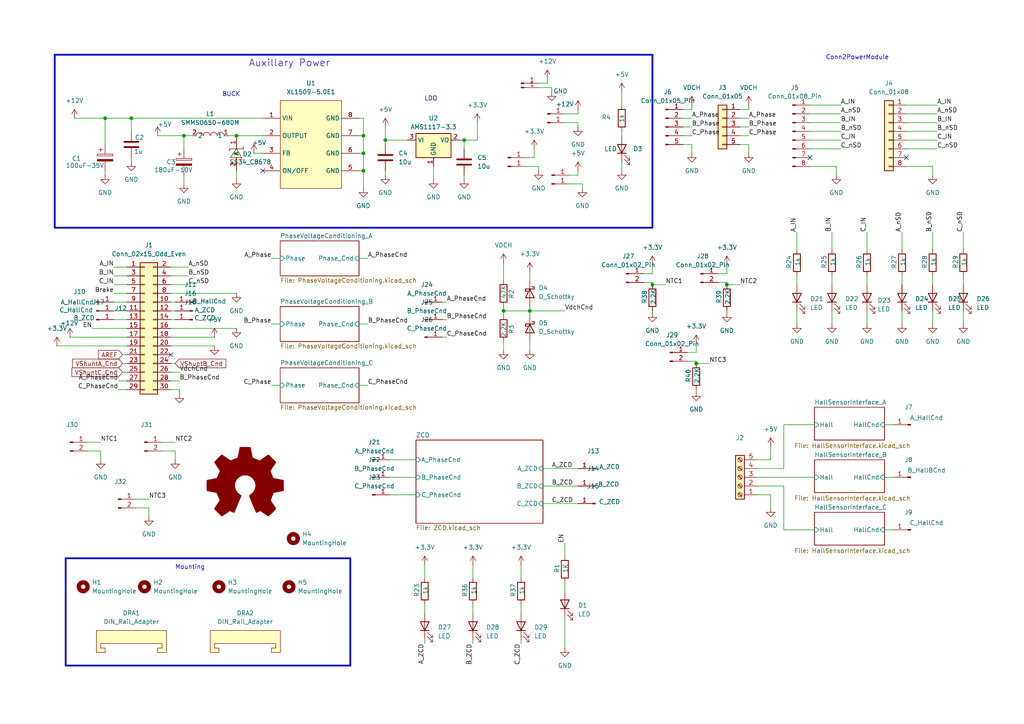
<source format=kicad_sch>
(kicad_sch (version 20250114) (generator "eeschema") (generator_version "9.0")
  (paper "A4")
  (rectangle (start 15.875 15.875) (end 189.23 66.04) (stroke (width 0.508)))
  (rectangle (start 19.05 161.925) (end 101.6 193.0399) (stroke (width 0.508)))
  (text "Conn2PowerModule\n\n" (at 248.666 17.78 0) (effects (font (size 1.27 1.27))))
  (text "Mounting\n" (at 55.118 164.592 0) (effects (font (size 1.27 1.27))))
  (text "BUCK\n" (at 67.056 27.432 0) (effects (font (size 1.27 1.27))))
  (text "LDO" (at 124.968 28.702 0) (effects (font (size 1.27 1.27))))
  (text "Auxillary Power\n" (at 83.947 18.415 0) (effects (font (size 2.032 2.032))))
  (junction (at 153.67 90.17))
  (junction (at 210.82 82.55))
  (junction (at 53.34 39.37))
  (junction (at 30.48 34.29))
  (junction (at 68.58 39.37))
  (junction (at 105.41 39.37))
  (junction (at 111.76 40.64))
  (junction (at 38.1 34.29))
  (junction (at 105.41 49.53))
  (junction (at 146.05 90.17))
  (junction (at 134.62 40.64))
  (junction (at 105.41 44.45))
  (junction (at 201.93 105.41))
  (junction (at 189.23 82.55))
  (no_connect (at 234.95 45.72))
  (no_connect (at 76.2 49.53))
  (no_connect (at 262.89 45.72))
  (no_connect (at 49.53 102.87))
  (wire (pts (xy 210.82 79.375) (xy 208.28 79.375)))
  (wire (pts (xy 227.33 140.97) (xy 227.33 153.67)))
  (wire (pts (xy 241.3 67.31) (xy 241.3 72.39)))
  (wire (pts (xy 201.93 102.235) (xy 199.39 102.235)))
  (wire (pts (xy 125.73 48.26) (xy 125.73 52.07)))
  (wire (pts (xy 168.91 54.61) (xy 168.91 53.34)))
  (wire (pts (xy 262.89 43.18) (xy 271.78 43.18)))
  (wire (pts (xy 223.52 129.54) (xy 223.52 133.35)))
  (wire (pts (xy 105.41 34.29) (xy 104.14 34.29)))
  (wire (pts (xy 30.48 49.53) (xy 30.48 50.8)))
  (wire (pts (xy 227.33 153.67) (xy 236.22 153.67)))
  (wire (pts (xy 134.62 40.64) (xy 138.43 40.64)))
  (wire (pts (xy 49.53 110.49) (xy 52.07 110.49)))
  (wire (pts (xy 201.93 105.41) (xy 205.74 105.41)))
  (wire (pts (xy 217.17 30.48) (xy 217.17 31.75)))
  (wire (pts (xy 128.27 92.71) (xy 129.54 92.71)))
  (wire (pts (xy 200.66 30.48) (xy 200.66 31.75)))
  (wire (pts (xy 29.21 130.81) (xy 29.21 133.35)))
  (wire (pts (xy 16.51 100.33) (xy 36.83 100.33)))
  (wire (pts (xy 217.17 31.75) (xy 214.63 31.75)))
  (wire (pts (xy 134.62 40.64) (xy 133.35 40.64)))
  (wire (pts (xy 198.12 34.29) (xy 200.66 34.29)))
  (wire (pts (xy 39.37 144.78) (xy 43.18 144.78)))
  (wire (pts (xy 104.14 111.76) (xy 106.68 111.76)))
  (wire (pts (xy 219.71 140.97) (xy 227.33 140.97)))
  (wire (pts (xy 210.82 82.55) (xy 210.82 81.915)))
  (wire (pts (xy 189.23 90.805) (xy 189.23 90.17)))
  (wire (pts (xy 201.93 104.775) (xy 199.39 104.775)))
  (wire (pts (xy 223.52 143.51) (xy 223.52 147.32)))
  (wire (pts (xy 217.17 36.83) (xy 214.63 36.83)))
  (wire (pts (xy 219.71 135.89) (xy 227.33 135.89)))
  (wire (pts (xy 163.83 168.91) (xy 163.83 171.45)))
  (wire (pts (xy 153.67 101.6) (xy 153.67 99.06)))
  (wire (pts (xy 158.75 24.13) (xy 156.21 24.13)))
  (wire (pts (xy 223.52 133.35) (xy 219.71 133.35)))
  (wire (pts (xy 156.21 49.53) (xy 156.21 48.26)))
  (wire (pts (xy 49.53 80.01) (xy 54.61 80.01)))
  (wire (pts (xy 219.71 143.51) (xy 223.52 143.51)))
  (wire (pts (xy 217.17 41.91) (xy 214.63 41.91)))
  (wire (pts (xy 201.93 113.665) (xy 201.93 113.03)))
  (wire (pts (xy 153.67 88.9) (xy 153.67 90.17)))
  (wire (pts (xy 219.71 138.43) (xy 236.22 138.43)))
  (wire (pts (xy 167.64 49.53) (xy 167.64 50.8)))
  (wire (pts (xy 137.16 185.42) (xy 137.16 186.69)))
  (wire (pts (xy 33.02 85.09) (xy 36.83 85.09)))
  (wire (pts (xy 78.74 74.93) (xy 81.28 74.93)))
  (wire (pts (xy 104.14 93.98) (xy 106.68 93.98)))
  (wire (pts (xy 157.48 135.89) (xy 167.64 135.89)))
  (wire (pts (xy 153.67 90.17) (xy 153.67 91.44)))
  (wire (pts (xy 35.56 102.87) (xy 36.83 102.87)))
  (wire (pts (xy 146.05 90.17) (xy 153.67 90.17)))
  (wire (pts (xy 105.41 54.61) (xy 105.41 49.53)))
  (wire (pts (xy 78.74 111.76) (xy 81.28 111.76)))
  (wire (pts (xy 113.03 133.35) (xy 120.65 133.35)))
  (wire (pts (xy 26.67 95.25) (xy 36.83 95.25)))
  (wire (pts (xy 163.83 33.02) (xy 167.64 33.02)))
  (wire (pts (xy 270.51 67.31) (xy 270.51 72.39)))
  (wire (pts (xy 234.95 30.48) (xy 243.84 30.48)))
  (wire (pts (xy 50.8 105.41) (xy 49.53 105.41)))
  (wire (pts (xy 262.89 30.48) (xy 271.78 30.48)))
  (wire (pts (xy 200.66 44.45) (xy 200.66 41.91)))
  (wire (pts (xy 261.62 90.17) (xy 261.62 93.98)))
  (wire (pts (xy 105.41 39.37) (xy 105.41 34.29)))
  (wire (pts (xy 111.76 40.64) (xy 111.76 41.91)))
  (wire (pts (xy 214.63 39.37) (xy 217.17 39.37)))
  (wire (pts (xy 156.21 48.26) (xy 152.4 48.26)))
  (wire (pts (xy 53.34 39.37) (xy 53.34 43.18)))
  (wire (pts (xy 234.95 48.26) (xy 242.57 48.26)))
  (wire (pts (xy 30.48 34.29) (xy 30.48 41.91)))
  (wire (pts (xy 35.56 105.41) (xy 36.83 105.41)))
  (wire (pts (xy 167.64 36.83) (xy 167.64 35.56)))
  (wire (pts (xy 251.46 67.31) (xy 251.46 72.39)))
  (wire (pts (xy 231.14 67.31) (xy 231.14 72.39)))
  (wire (pts (xy 53.34 39.37) (xy 55.88 39.37)))
  (wire (pts (xy 262.89 33.02) (xy 271.78 33.02)))
  (wire (pts (xy 153.67 90.17) (xy 163.83 90.17)))
  (wire (pts (xy 167.64 50.8) (xy 165.1 50.8)))
  (wire (pts (xy 25.4 130.81) (xy 29.21 130.81)))
  (wire (pts (xy 33.02 90.17) (xy 36.83 90.17)))
  (wire (pts (xy 241.3 90.17) (xy 241.3 93.98)))
  (wire (pts (xy 210.82 81.915) (xy 208.28 81.915)))
  (wire (pts (xy 128.27 87.63) (xy 129.54 87.63)))
  (wire (pts (xy 39.37 147.32) (xy 43.18 147.32)))
  (wire (pts (xy 49.53 90.17) (xy 50.8 90.17)))
  (wire (pts (xy 134.62 50.8) (xy 134.62 52.07)))
  (wire (pts (xy 261.62 80.01) (xy 261.62 82.55)))
  (wire (pts (xy 231.14 80.01) (xy 231.14 82.55)))
  (wire (pts (xy 33.02 92.71) (xy 36.83 92.71)))
  (wire (pts (xy 262.89 48.26) (xy 270.51 48.26)))
  (wire (pts (xy 146.05 90.17) (xy 146.05 91.44)))
  (wire (pts (xy 201.93 105.41) (xy 201.93 104.775)))
  (wire (pts (xy 33.02 82.55) (xy 36.83 82.55)))
  (wire (pts (xy 43.18 147.32) (xy 43.18 149.86)))
  (wire (pts (xy 256.54 123.19) (xy 259.08 123.19)))
  (wire (pts (xy 270.51 80.01) (xy 270.51 82.55)))
  (wire (pts (xy 180.34 26.67) (xy 180.34 30.48)))
  (wire (pts (xy 52.07 113.03) (xy 49.53 113.03)))
  (wire (pts (xy 153.67 78.74) (xy 153.67 81.28)))
  (wire (pts (xy 53.34 50.8) (xy 53.34 53.34)))
  (wire (pts (xy 154.94 43.18) (xy 154.94 45.72)))
  (wire (pts (xy 151.13 175.26) (xy 151.13 177.8)))
  (wire (pts (xy 227.33 135.89) (xy 227.33 123.19)))
  (wire (pts (xy 104.14 39.37) (xy 105.41 39.37)))
  (wire (pts (xy 163.83 179.07) (xy 163.83 187.96)))
  (wire (pts (xy 200.66 41.91) (xy 198.12 41.91)))
  (wire (pts (xy 33.02 80.01) (xy 36.83 80.01)))
  (wire (pts (xy 25.4 128.27) (xy 29.21 128.27)))
  (wire (pts (xy 151.13 163.83) (xy 151.13 167.64)))
  (wire (pts (xy 46.99 130.81) (xy 50.8 130.81)))
  (wire (pts (xy 34.29 113.03) (xy 36.83 113.03)))
  (wire (pts (xy 20.32 97.79) (xy 36.83 97.79)))
  (wire (pts (xy 262.89 38.1) (xy 271.78 38.1)))
  (wire (pts (xy 38.1 34.29) (xy 76.2 34.29)))
  (wire (pts (xy 49.53 95.25) (xy 68.58 95.25)))
  (wire (pts (xy 167.64 31.75) (xy 167.64 33.02)))
  (wire (pts (xy 134.62 43.18) (xy 134.62 40.64)))
  (wire (pts (xy 279.4 90.17) (xy 279.4 93.98)))
  (wire (pts (xy 128.27 97.79) (xy 129.54 97.79)))
  (wire (pts (xy 234.95 43.18) (xy 243.84 43.18)))
  (wire (pts (xy 111.76 49.53) (xy 111.76 50.8)))
  (wire (pts (xy 210.82 90.805) (xy 210.82 90.17)))
  (wire (pts (xy 49.53 77.47) (xy 54.61 77.47)))
  (wire (pts (xy 111.76 36.83) (xy 111.76 40.64)))
  (wire (pts (xy 189.23 82.55) (xy 189.23 81.915)))
  (wire (pts (xy 35.56 107.95) (xy 36.83 107.95)))
  (wire (pts (xy 168.91 53.34) (xy 165.1 53.34)))
  (wire (pts (xy 151.13 185.42) (xy 151.13 186.69)))
  (wire (pts (xy 45.72 39.37) (xy 53.34 39.37)))
  (wire (pts (xy 256.54 138.43) (xy 259.08 138.43)))
  (wire (pts (xy 146.05 99.06) (xy 146.05 101.6)))
  (wire (pts (xy 123.19 185.42) (xy 123.19 186.69)))
  (wire (pts (xy 49.53 97.79) (xy 62.23 97.79)))
  (wire (pts (xy 146.05 76.2) (xy 146.05 81.28)))
  (wire (pts (xy 123.19 175.26) (xy 123.19 177.8)))
  (wire (pts (xy 200.66 31.75) (xy 198.12 31.75)))
  (wire (pts (xy 234.95 38.1) (xy 243.84 38.1)))
  (wire (pts (xy 105.41 49.53) (xy 105.41 44.45)))
  (wire (pts (xy 180.34 38.1) (xy 180.34 39.37)))
  (wire (pts (xy 241.3 80.01) (xy 241.3 82.55)))
  (wire (pts (xy 214.63 82.55) (xy 210.82 82.55)))
  (wire (pts (xy 234.95 33.02) (xy 243.84 33.02)))
  (wire (pts (xy 262.89 35.56) (xy 271.78 35.56)))
  (wire (pts (xy 227.33 123.19) (xy 236.22 123.19)))
  (wire (pts (xy 234.95 40.64) (xy 243.84 40.64)))
  (wire (pts (xy 217.17 44.45) (xy 217.17 41.91)))
  (wire (pts (xy 38.1 45.72) (xy 38.1 46.99)))
  (wire (pts (xy 251.46 90.17) (xy 251.46 93.98)))
  (wire (pts (xy 78.74 93.98) (xy 81.28 93.98)))
  (wire (pts (xy 137.16 163.83) (xy 137.16 167.64)))
  (wire (pts (xy 180.34 46.99) (xy 180.34 49.53)))
  (wire (pts (xy 160.02 25.4) (xy 156.21 25.4)))
  (wire (pts (xy 201.93 99.695) (xy 201.93 102.235)))
  (wire (pts (xy 113.03 138.43) (xy 120.65 138.43)))
  (wire (pts (xy 49.53 85.09) (xy 68.58 85.09)))
  (wire (pts (xy 198.12 39.37) (xy 200.66 39.37)))
  (wire (pts (xy 256.54 153.67) (xy 259.08 153.67)))
  (wire (pts (xy 52.07 114.3) (xy 52.07 113.03)))
  (wire (pts (xy 214.63 34.29) (xy 217.17 34.29)))
  (wire (pts (xy 33.02 77.47) (xy 36.83 77.47)))
  (wire (pts (xy 49.53 107.95) (xy 52.07 107.95)))
  (wire (pts (xy 261.62 67.31) (xy 261.62 72.39)))
  (wire (pts (xy 189.23 76.835) (xy 189.23 79.375)))
  (wire (pts (xy 137.16 175.26) (xy 137.16 177.8)))
  (wire (pts (xy 123.19 163.83) (xy 123.19 167.64)))
  (wire (pts (xy 104.14 74.93) (xy 106.68 74.93)))
  (wire (pts (xy 34.29 110.49) (xy 36.83 110.49)))
  (wire (pts (xy 111.76 40.64) (xy 118.11 40.64)))
  (wire (pts (xy 33.02 87.63) (xy 36.83 87.63)))
  (wire (pts (xy 50.8 130.81) (xy 50.8 133.35)))
  (wire (pts (xy 158.75 22.86) (xy 158.75 24.13)))
  (wire (pts (xy 242.57 50.8) (xy 242.57 48.26)))
  (wire (pts (xy 163.83 157.48) (xy 163.83 161.29)))
  (wire (pts (xy 49.53 100.33) (xy 62.23 100.33)))
  (wire (pts (xy 105.41 44.45) (xy 105.41 39.37)))
  (wire (pts (xy 30.48 34.29) (xy 38.1 34.29)))
  (wire (pts (xy 167.64 35.56) (xy 163.83 35.56)))
  (wire (pts (xy 104.14 44.45) (xy 105.41 44.45)))
  (wire (pts (xy 157.48 146.05) (xy 167.64 146.05)))
  (wire (pts (xy 146.05 88.9) (xy 146.05 90.17)))
  (wire (pts (xy 157.48 140.97) (xy 167.64 140.97)))
  (wire (pts (xy 234.95 35.56) (xy 243.84 35.56)))
  (wire (pts (xy 154.94 45.72) (xy 152.4 45.72)))
  (wire (pts (xy 113.03 143.51) (xy 120.65 143.51)))
  (wire (pts (xy 279.4 80.01) (xy 279.4 82.55)))
  (wire (pts (xy 189.23 79.375) (xy 186.69 79.375)))
  (wire (pts (xy 104.14 49.53) (xy 105.41 49.53)))
  (wire (pts (xy 38.1 34.29) (xy 38.1 38.1)))
  (wire (pts (xy 160.02 26.67) (xy 160.02 25.4)))
  (wire (pts (xy 46.99 128.27) (xy 50.8 128.27)))
  (wire (pts (xy 49.53 82.55) (xy 54.61 82.55)))
  (wire (pts (xy 270.51 90.17) (xy 270.51 93.98)))
  (wire (pts (xy 21.59 34.29) (xy 30.48 34.29)))
  (wire (pts (xy 189.23 81.915) (xy 186.69 81.915)))
  (wire (pts (xy 200.66 36.83) (xy 198.12 36.83)))
  (wire (pts (xy 262.89 40.64) (xy 271.78 40.64)))
  (wire (pts (xy 138.43 35.56) (xy 138.43 40.64)))
  (wire (pts (xy 73.66 44.45) (xy 76.2 44.45)))
  (wire (pts (xy 251.46 80.01) (xy 251.46 82.55)))
  (wire (pts (xy 231.14 90.17) (xy 231.14 93.98)))
  (wire (pts (xy 66.04 39.37) (xy 68.58 39.37)))
  (wire (pts (xy 49.53 92.71) (xy 50.8 92.71)))
  (wire (pts (xy 49.53 87.63) (xy 50.8 87.63)))
  (wire (pts (xy 189.23 82.55) (xy 193.04 82.55)))
  (wire (pts (xy 68.58 49.53) (xy 68.58 52.07)))
  (wire (pts (xy 279.4 67.31) (xy 279.4 72.39)))
  (wire (pts (xy 68.58 39.37) (xy 76.2 39.37)))
  (wire (pts (xy 210.82 76.835) (xy 210.82 79.375)))
  (wire (pts (xy 270.51 50.8) (xy 270.51 48.26)))
  (label "B_Phase" (at 200.66 36.83 0))
  (label "VdchCnd" (at 52.07 107.95 0))
  (label "C_ZCD" (at 160.02 146.05 0))
  (label "A_ZCD" (at 123.19 186.69 270))
  (label "A_Phase" (at 200.66 34.29 0))
  (label "VdchCnd" (at 163.83 90.17 0))
  (label "B_PhaseCnd" (at 129.54 92.71 0))
  (label "C_IN" (at 243.84 40.64 0))
  (label "B_IN" (at 243.84 35.56 0))
  (label "B_PhaseCnd" (at 52.07 110.49 0))
  (label "A_ZCD" (at 160.02 135.89 0))
  (label "C_Phase" (at 78.74 111.76 180))
  (label "C_IN" (at 33.02 82.55 180))
  (label "NTC3" (at 205.74 105.41 0))
  (label "A_PhaseCnd" (at 106.68 74.93 0))
  (label "A_Phase" (at 217.17 34.29 0))
  (label "A_nSD" (at 243.84 33.02 0))
  (label "C_IN" (at 251.46 67.31 90))
  (label "A_nSD" (at 271.78 33.02 0))
  (label "B_ZCD" (at 137.16 186.69 270))
  (label "C_nSD" (at 54.61 82.55 0))
  (label "B_ZCD" (at 160.02 140.97 0))
  (label "A_IN" (at 243.84 30.48 0))
  (label "A_nSD" (at 54.61 77.47 0))
  (label "A_PhaseCnd" (at 34.29 110.49 180))
  (label "B_PhaseCnd" (at 106.68 93.98 0))
  (label "C_PhaseCnd" (at 34.29 113.03 180))
  (label "NTC2" (at 214.63 82.55 0))
  (label "Brake" (at 33.02 85.09 180))
  (label "A_IN" (at 33.02 77.47 180))
  (label "C_PhaseCnd" (at 106.68 111.76 0))
  (label "NTC3" (at 43.18 144.78 0))
  (label "NTC1" (at 29.21 128.27 0))
  (label "B_Phase" (at 217.17 36.83 0))
  (label "C_Phase" (at 200.66 39.37 0))
  (label "B_Phase" (at 78.74 93.98 180))
  (label "C_PhaseCnd" (at 129.54 97.79 0))
  (label "B_nSD" (at 271.78 38.1 0))
  (label "B_nSD" (at 270.51 67.31 90))
  (label "EN" (at 163.83 157.48 90))
  (label "NTC2" (at 50.8 128.27 0))
  (label "C_nSD" (at 279.4 67.31 90))
  (label "A_PhaseCnd" (at 129.54 87.63 0))
  (label "B_IN" (at 33.02 80.01 180))
  (label "B_IN" (at 271.78 35.56 0))
  (label "B_nSD" (at 243.84 38.1 0))
  (label "NTC1" (at 193.04 82.55 0))
  (label "A_IN" (at 271.78 30.48 0))
  (label "C_Phase" (at 217.17 39.37 0))
  (label "C_nSD" (at 243.84 43.18 0))
  (label "A_IN" (at 231.14 67.31 90))
  (label "C_IN" (at 271.78 40.64 0))
  (label "C_nSD" (at 271.78 43.18 0))
  (label "B_nSD" (at 54.61 80.01 0))
  (label "B_IN" (at 241.3 67.31 90))
  (label "A_Phase" (at 78.74 74.93 180))
  (label "A_nSD" (at 261.62 67.31 90))
  (label "EN" (at 26.67 95.25 180))
  (label "C_ZCD" (at 151.13 186.69 270))
  (global_label "VShuntA_Cnd" (shape input) (at 35.56 105.41 180) (property "Intersheetrefs" "${INTERSHEET_REFS}" (effects (hide yes))))
  (global_label "VShuntC_Cnd" (shape input) (at 35.56 107.95 180) (property "Intersheetrefs" "${INTERSHEET_REFS}" (effects (hide yes))))
  (global_label "VShuntB_Cnd" (shape input) (at 50.8 105.41 0) (property "Intersheetrefs" "${INTERSHEET_REFS}" (effects (hide yes))))
  (global_label "AREF" (shape input) (at 35.56 102.87 180) (property "Intersheetrefs" "${INTERSHEET_REFS}" (effects (hide yes))))
  (symbol (lib_id "Graphic:Logo_Open_Hardware_Large") (at 71.12 140.97 0) (unit 1) (exclude_from_sim yes) (in_bom no) (on_board no)
    (property "Reference" "#SYM1" (effects (hide yes)))
    (property "Value" "Logo_Open_Hardware_Large" (effects (hide yes)))
    (property "Description" "Open Hardware logo, large" (effects (hide yes)))
  )
  (symbol (lib_id "Connector:Conn_01x01_Pin") (at 123.19 92.71 0) (unit 1)
    (property "Reference" "J25" (at 123.825 87.63 0))
    (property "Value" "B_PhaseCnd" (at 123.825 90.17 0))
    (property "Footprint" "LibMain:WirePad_2.5x5" (effects (hide yes)))
    (property "Description" "Generic connector, single row, 01x01, script generated" (effects (hide yes)))
  )
  (symbol (lib_id "Device:R") (at 210.82 86.36 180) (unit 1)
    (property "Reference" "R39" (at 208.534 86.106 90))
    (property "Value" "2.2K" (at 211.074 86.106 90))
    (property "Footprint" "Resistor_SMD:R_1206_3216Metric" (effects (hide yes)))
    (property "Description" "Resistor" (effects (hide yes)))
    (property "LCSC Part" "C113307" (effects (hide yes)))
  )
  (symbol (lib_id "power:+5V") (at 45.72 39.37 0) (unit 1)
    (property "Reference" "#PWR07" (effects (hide yes)))
    (property "Value" "+5V" (at 47.752 36.068 0))
    (property "Description" "Power symbol creates a global label with name \"+5V\"" (effects (hide yes)))
  )
  (symbol (lib_id "Connector:Conn_01x02_Pin") (at 20.32 128.27 0) (unit 1)
    (property "Reference" "J30" (at 20.955 123.19 0))
    (property "Value" "Conn_01x02_Pin" (effects (hide yes)))
    (property "Footprint" "Connector_PinHeader_2.54mm:PinHeader_1x02_P2.54mm_Vertical" (effects (hide yes)))
    (property "Description" "Generic connector, single row, 01x02, script generated" (effects (hide yes)))
  )
  (symbol (lib_id "power:+5V") (at 62.23 97.79 0) (unit 1)
    (property "Reference" "#PWR010" (effects (hide yes)))
    (property "Value" "+5V" (at 62.23 92.71 0))
    (property "Description" "Power symbol creates a global label with name \"+5V\"" (effects (hide yes)))
  )
  (symbol (lib_id "Mechanical:DIN_Rail_Adapter") (at 38.1 185.42 0) (unit 1) (exclude_from_sim yes)
    (property "Reference" "DRA1" (at 38.1 177.8 0))
    (property "Value" "DIN_Rail_Adapter" (at 38.1 180.34 0))
    (property "Footprint" "LibMain:DinRailPCBClip_P15" (effects (hide yes)))
    (property "Description" "DIN Rail adapter universal, mounting holes without connection" (effects (hide yes)))
  )
  (symbol (lib_id "Connector_Generic:Conn_02x15_Odd_Even") (at 41.91 95.25 0) (unit 1)
    (property "Reference" "J1" (at 43.18 71.12 0))
    (property "Value" "Conn_02x15_Odd_Even" (at 43.18 73.66 0))
    (property "Footprint" "Connector_IDC:IDC-Header_2x15_P2.54mm_Vertical" (effects (hide yes)))
    (property "Description" "Generic connector, double row, 02x15, odd/even pin numbering scheme (row 1 odd numbers, row 2 even numbers), script generated (kicad-library-utils/schlib/autogen/connector/)" (effects (hide yes)))
  )
  (symbol (lib_id "power:+3.3V") (at 210.82 76.835 0) (unit 1)
    (property "Reference" "#PWR086" (effects (hide yes)))
    (property "Value" "+3.3V" (at 210.82 71.755 0))
    (property "Description" "Power symbol creates a global label with name \"+3.3V\"" (effects (hide yes)))
  )
  (symbol (lib_id "Connector:Conn_01x01_Pin") (at 151.13 25.4 0) (unit 1)
    (property "Reference" "J20" (effects (hide yes)))
    (property "Value" "Conn_01x01_Pin" (effects (hide yes)))
    (property "Footprint" "LibMain:WirePad_2.5x5" (effects (hide yes)))
    (property "Description" "Generic connector, single row, 01x01, script generated" (effects (hide yes)))
  )
  (symbol (lib_id "power:GND") (at 52.07 114.3 0) (mirror y) (unit 1)
    (property "Reference" "#PWR08" (effects (hide yes)))
    (property "Value" "GND" (effects (hide yes)))
    (property "Description" "Power symbol creates a global label with name \"GND\" , ground" (effects (hide yes)))
  )
  (symbol (lib_id "Device:R") (at 163.83 165.1 180) (unit 1)
    (property "Reference" "R1" (at 161.544 164.846 90))
    (property "Value" "1K" (at 164.084 164.846 90))
    (property "Footprint" "Resistor_SMD:R_1206_3216Metric" (effects (hide yes)))
    (property "Description" "Resistor" (effects (hide yes)))
    (property "LCSC Part" "C113307" (effects (hide yes)))
  )
  (symbol (lib_id "Device:LED") (at 123.19 181.61 90) (unit 1)
    (property "Reference" "D27" (at 127 181.9274 90) (effects (justify right)))
    (property "Value" "LED" (at 127 184.4674 90) (effects (justify right)))
    (property "Footprint" "LED_THT:LED_D3.0mm" (effects (hide yes)))
    (property "Description" "Light emitting diode" (effects (hide yes)))
    (property "Sim.Pins" "1=K 2=A" (effects (hide yes)))
  )
  (symbol (lib_id "Device:R") (at 189.23 86.36 180) (unit 1)
    (property "Reference" "R38" (at 186.944 86.106 90))
    (property "Value" "2.2K" (at 189.484 86.106 90))
    (property "Footprint" "Resistor_SMD:R_1206_3216Metric" (effects (hide yes)))
    (property "Description" "Resistor" (effects (hide yes)))
    (property "LCSC Part" "C113307" (effects (hide yes)))
  )
  (symbol (lib_id "power:GND") (at 68.58 52.07 0) (unit 1)
    (property "Reference" "#PWR012" (effects (hide yes)))
    (property "Value" "GND" (at 68.58 57.15 0))
    (property "Description" "Power symbol creates a global label with name \"GND\" , ground" (effects (hide yes)))
  )
  (symbol (lib_id "power:GND") (at 163.83 187.96 0) (unit 1)
    (property "Reference" "#PWR04" (effects (hide yes)))
    (property "Value" "GND" (at 163.83 193.04 0))
    (property "Description" "Power symbol creates a global label with name \"GND\" , ground" (effects (hide yes)))
  )
  (symbol (lib_id "Connector:Conn_01x01_Pin") (at 147.32 48.26 0) (unit 1)
    (property "Reference" "J38" (effects (hide yes)))
    (property "Value" "Conn_01x01_Pin" (effects (hide yes)))
    (property "Footprint" "LibMain:WirePad_2.5x5" (effects (hide yes)))
    (property "Description" "Generic connector, single row, 01x01, script generated" (effects (hide yes)))
  )
  (symbol (lib_id "Connector:Conn_01x01_Pin") (at 147.32 45.72 0) (unit 1)
    (property "Reference" "J37" (effects (hide yes)))
    (property "Value" "Conn_01x01_Pin" (effects (hide yes)))
    (property "Footprint" "LibMain:WirePad_2.5x5" (effects (hide yes)))
    (property "Description" "Generic connector, single row, 01x01, script generated" (effects (hide yes)))
  )
  (symbol (lib_id "Connector:Conn_01x02_Pin") (at 194.31 102.235 0) (unit 1)
    (property "Reference" "J29" (at 194.945 97.155 0))
    (property "Value" "Conn_01x02_Pin" (at 194.945 99.695 0))
    (property "Footprint" "Connector_PinHeader_2.54mm:PinHeader_1x02_P2.54mm_Vertical" (effects (hide yes)))
    (property "Description" "Generic connector, single row, 01x02, script generated" (effects (hide yes)))
  )
  (symbol (lib_id "power:GND") (at 105.41 54.61 0) (unit 1)
    (property "Reference" "#PWR018" (effects (hide yes)))
    (property "Value" "GND" (at 105.41 59.69 0))
    (property "Description" "Power symbol creates a global label with name \"GND\" , ground" (effects (hide yes)))
  )
  (symbol (lib_id "Connector:Conn_01x01_Pin") (at 27.94 92.71 0) (mirror x) (unit 1)
    (property "Reference" "J17" (at 28.575 87.63 0))
    (property "Value" "B_ZCD" (at 24.384 92.202 0))
    (property "Footprint" "LibMain:WirePad_2.5x5" (effects (hide yes)))
    (property "Description" "Generic connector, single row, 01x01, script generated" (effects (hide yes)))
  )
  (symbol (lib_id "Device:LED") (at 180.34 43.18 90) (unit 1)
    (property "Reference" "D3" (at 183.642 43.18 90) (effects (justify right)))
    (property "Value" "LED" (at 175.26 43.18 90) (effects (justify right)))
    (property "Footprint" "LED_THT:LED_D3.0mm" (effects (hide yes)))
    (property "Description" "Light emitting diode" (effects (hide yes)))
    (property "Sim.Pins" "1=K 2=A" (effects (hide yes)))
  )
  (symbol (lib_id "power:GND") (at 30.48 50.8 0) (unit 1)
    (property "Reference" "#PWR05" (effects (hide yes)))
    (property "Value" "GND" (at 30.48 55.88 0))
    (property "Description" "Power symbol creates a global label with name \"GND\" , ground" (effects (hide yes)))
  )
  (symbol (lib_id "power:+3.3V") (at 16.51 100.33 0) (unit 1)
    (property "Reference" "#PWR01" (effects (hide yes)))
    (property "Value" "+3.3V" (at 16.51 95.25 0))
    (property "Description" "Power symbol creates a global label with name \"+3.3V\"" (effects (hide yes)))
  )
  (symbol (lib_id "EasyEDA:SMMS0650-680M") (at 60.96 39.37 0) (unit 1)
    (property "Reference" "L1" (at 60.96 33.02 0))
    (property "Value" "SMMS0650-680M" (at 60.96 35.56 0))
    (property "Footprint" "EasyEDA:IND-SMD_L7.1-W6.6_H5.0" (effects (hide yes)))
    (property "LCSC Part" "C2894721" (effects (hide yes)))
  )
  (symbol (lib_id "Device:LED") (at 251.46 86.36 90) (unit 1)
    (property "Reference" "D23" (at 254.508 87.122 90) (effects (justify right)))
    (property "Value" "LED" (at 254.508 89.662 90) (effects (justify right)))
    (property "Footprint" "LED_THT:LED_D3.0mm" (effects (hide yes)))
    (property "Description" "Light emitting diode" (effects (hide yes)))
    (property "Sim.Pins" "1=K 2=A" (effects (hide yes)))
  )
  (symbol (lib_id "Connector:Conn_01x01_Pin") (at 107.95 143.51 0) (unit 1)
    (property "Reference" "J23" (at 108.585 138.43 0))
    (property "Value" "C_PhaseCnd" (at 108.585 140.97 0))
    (property "Footprint" "LibMain:WirePad_2.5x5" (effects (hide yes)))
    (property "Description" "Generic connector, single row, 01x01, script generated" (effects (hide yes)))
  )
  (symbol (lib_id "Device:C") (at 134.62 46.99 0) (unit 1)
    (property "Reference" "C5" (at 138.43 45.7199 0) (effects (justify left)))
    (property "Value" "10u" (at 138.43 48.2599 0) (effects (justify left)))
    (property "Footprint" "Capacitor_SMD:C_1206_3216Metric" (effects (hide yes)))
    (property "Description" "Unpolarized capacitor" (effects (hide yes)))
  )
  (symbol (lib_id "Device:R") (at 123.19 171.45 180) (unit 1)
    (property "Reference" "R23" (at 120.904 171.196 90))
    (property "Value" "1k" (at 123.444 171.196 90))
    (property "Footprint" "Resistor_SMD:R_1206_3216Metric" (effects (hide yes)))
    (property "Description" "Resistor" (effects (hide yes)))
    (property "LCSC Part" "C113307" (effects (hide yes)))
  )
  (symbol (lib_id "Connector:Conn_01x02_Pin") (at 203.2 79.375 0) (unit 1)
    (property "Reference" "J28" (at 203.835 74.295 0))
    (property "Value" "Conn_01x02_Pin" (at 203.835 76.835 0))
    (property "Footprint" "Connector_PinHeader_2.54mm:PinHeader_1x02_P2.54mm_Vertical" (effects (hide yes)))
    (property "Description" "Generic connector, single row, 01x02, script generated" (effects (hide yes)))
  )
  (symbol (lib_id "power:GND") (at 167.64 36.83 0) (unit 1)
    (property "Reference" "#PWR082" (effects (hide yes)))
    (property "Value" "GND" (at 167.64 41.91 0))
    (property "Description" "Power symbol creates a global label with name \"GND\" , ground" (effects (hide yes)))
  )
  (symbol (lib_id "Device:LED") (at 241.3 86.36 90) (unit 1)
    (property "Reference" "D22" (at 245.11 86.6774 90) (effects (justify right)))
    (property "Value" "LED" (at 245.11 89.2174 90) (effects (justify right)))
    (property "Footprint" "LED_THT:LED_D3.0mm" (effects (hide yes)))
    (property "Description" "Light emitting diode" (effects (hide yes)))
    (property "Sim.Pins" "1=K 2=A" (effects (hide yes)))
  )
  (symbol (lib_id "power:GND") (at 125.73 52.07 0) (unit 1)
    (property "Reference" "#PWR021" (effects (hide yes)))
    (property "Value" "GND" (at 125.73 57.15 0))
    (property "Description" "Power symbol creates a global label with name \"GND\" , ground" (effects (hide yes)))
  )
  (symbol (lib_id "Device:R") (at 180.34 34.29 0) (unit 1)
    (property "Reference" "R4" (at 174.498 34.036 0) (effects (justify left)))
    (property "Value" "1k" (at 180.34 35.56 90) (effects (justify left)))
    (property "Footprint" "Resistor_SMD:R_1206_3216Metric" (effects (hide yes)))
    (property "Description" "Resistor" (effects (hide yes)))
  )
  (symbol (lib_id "power:GND") (at 279.4 93.98 0) (mirror y) (unit 1)
    (property "Reference" "#PWR066" (effects (hide yes)))
    (property "Value" "GND" (at 279.4 99.06 0))
    (property "Description" "Power symbol creates a global label with name \"GND\" , ground" (effects (hide yes)))
  )
  (symbol (lib_id "power:GND") (at 68.58 95.25 0) (mirror y) (unit 1)
    (property "Reference" "#PWR014" (effects (hide yes)))
    (property "Value" "GND" (at 68.58 100.33 0))
    (property "Description" "Power symbol creates a global label with name \"GND\" , ground" (effects (hide yes)))
  )
  (symbol (lib_id "power:GND") (at 38.1 46.99 0) (unit 1)
    (property "Reference" "#PWR06" (effects (hide yes)))
    (property "Value" "GND" (at 38.1 52.07 0))
    (property "Description" "Power symbol creates a global label with name \"GND\" , ground" (effects (hide yes)))
  )
  (symbol (lib_id "Device:R") (at 241.3 76.2 180) (unit 1)
    (property "Reference" "R25" (at 239.014 75.946 90))
    (property "Value" "1k" (at 241.554 75.946 90))
    (property "Footprint" "Resistor_SMD:R_1206_3216Metric" (effects (hide yes)))
    (property "Description" "Resistor" (effects (hide yes)))
    (property "LCSC Part" "C113307" (effects (hide yes)))
  )
  (symbol (lib_id "Connector:Conn_01x08_Pin") (at 229.87 38.1 0) (unit 1)
    (property "Reference" "J5" (at 230.505 25.4 0))
    (property "Value" "Conn_01x08_Pin" (at 230.505 27.94 0))
    (property "Footprint" "Connector_PinHeader_2.54mm:PinHeader_1x08_P2.54mm_Vertical" (effects (hide yes)))
    (property "Description" "Generic connector, single row, 01x08, script generated" (effects (hide yes)))
  )
  (symbol (lib_id "power:GND") (at 261.62 93.98 0) (mirror y) (unit 1)
    (property "Reference" "#PWR064" (effects (hide yes)))
    (property "Value" "GND" (at 261.62 99.06 0))
    (property "Description" "Power symbol creates a global label with name \"GND\" , ground" (effects (hide yes)))
  )
  (symbol (lib_id "EasyEDA:XL1509-5.0E1") (at 90.17 41.91 0) (unit 1)
    (property "Reference" "U1" (at 90.17 24.13 0))
    (property "Value" "XL1509-5.0E1" (at 90.17 26.67 0))
    (property "Footprint" "EasyEDA:SOIC-8_L5.0-W4.0-P1.27-LS6.0-BL" (effects (hide yes)))
    (property "Datasheet" "https://lcsc.com/product-detail/DC-DC-Converters_XL1509-5-0E1_C61063.html" (effects (hide yes)))
    (property "LCSC Part" "C61063" (effects (hide yes)))
  )
  (symbol (lib_id "Device:LED") (at 261.62 86.36 90) (unit 1)
    (property "Reference" "D24" (at 265.43 86.6774 90) (effects (justify right)))
    (property "Value" "LED" (at 265.43 89.2174 90) (effects (justify right)))
    (property "Footprint" "LED_THT:LED_D3.0mm" (effects (hide yes)))
    (property "Description" "Light emitting diode" (effects (hide yes)))
    (property "Sim.Pins" "1=K 2=A" (effects (hide yes)))
  )
  (symbol (lib_id "Device:R") (at 137.16 171.45 180) (unit 1)
    (property "Reference" "R36" (at 134.874 171.196 90))
    (property "Value" "1k" (at 137.414 171.196 90))
    (property "Footprint" "Resistor_SMD:R_1206_3216Metric" (effects (hide yes)))
    (property "Description" "Resistor" (effects (hide yes)))
    (property "LCSC Part" "C113307" (effects (hide yes)))
  )
  (symbol (lib_id "power:GND") (at 146.05 101.6 0) (unit 1)
    (property "Reference" "#PWR025" (effects (hide yes)))
    (property "Value" "GND" (at 146.05 106.68 0))
    (property "Description" "Power symbol creates a global label with name \"GND\" , ground" (effects (hide yes)))
  )
  (symbol (lib_id "Device:LED") (at 163.83 175.26 90) (unit 1)
    (property "Reference" "D1" (at 167.64 175.5774 90) (effects (justify right)))
    (property "Value" "LED" (at 167.64 178.1174 90) (effects (justify right)))
    (property "Footprint" "LED_THT:LED_D3.0mm" (effects (hide yes)))
    (property "Description" "Light emitting diode" (effects (hide yes)))
    (property "Sim.Pins" "1=K 2=A" (effects (hide yes)))
  )
  (symbol (lib_id "power:+5V") (at 73.66 44.45 0) (unit 1)
    (property "Reference" "#PWR015" (effects (hide yes)))
    (property "Value" "+5V" (at 75.184 41.402 0))
    (property "Description" "Power symbol creates a global label with name \"+5V\"" (effects (hide yes)))
  )
  (symbol (lib_id "power:GND") (at 217.17 44.45 0) (mirror y) (unit 1)
    (property "Reference" "#PWR031" (effects (hide yes)))
    (property "Value" "GND" (at 217.17 49.53 0))
    (property "Description" "Power symbol creates a global label with name \"GND\" , ground" (effects (hide yes)))
  )
  (symbol (lib_id "Connector:Screw_Terminal_01x05") (at 214.63 138.43 180) (unit 1)
    (property "Reference" "J2" (at 214.63 127 0))
    (property "Value" "Screw_Terminal_01x05" (effects (hide yes)))
    (property "Footprint" "TerminalBlock_Phoenix:TerminalBlock_Phoenix_PT-1,5-5-3.5-H_1x05_P3.50mm_Horizontal" (effects (hide yes)))
    (property "Description" "Generic screw terminal, single row, 01x05, script generated (kicad-library-utils/schlib/autogen/connector/)" (effects (hide yes)))
  )
  (symbol (lib_id "power:VAA") (at 200.66 30.48 0) (unit 1)
    (property "Reference" "#PWR067" (effects (hide yes)))
    (property "Value" "VDCH" (at 200.66 25.4 0))
    (property "Description" "Power symbol creates a global label with name \"VAA\"" (effects (hide yes)))
  )
  (symbol (lib_id "Mechanical:MountingHole") (at 85.09 156.21 0) (unit 1) (exclude_from_sim yes) (in_bom no)
    (property "Reference" "H4" (at 87.63 154.9399 0) (effects (justify left)))
    (property "Value" "MountingHole" (at 87.63 157.4799 0) (effects (justify left)))
    (property "Footprint" "Symbol:KiCad-Logo2_6mm_SilkScreen" (effects (hide yes)))
    (property "Description" "Mounting Hole without connection" (effects (hide yes)))
  )
  (symbol (lib_id "power:GND") (at 231.14 93.98 0) (mirror y) (unit 1)
    (property "Reference" "#PWR061" (effects (hide yes)))
    (property "Value" "GND" (at 231.14 99.06 0))
    (property "Description" "Power symbol creates a global label with name \"GND\" , ground" (effects (hide yes)))
  )
  (symbol (lib_id "Regulator_Linear:AMS1117-3.3") (at 125.73 40.64 0) (unit 1)
    (property "Reference" "U2" (at 125.73 34.29 0))
    (property "Value" "AMS1117-3.3" (at 125.73 36.83 0))
    (property "Footprint" "Package_TO_SOT_SMD:SOT-223-3_TabPin2" (effects (hide yes)))
    (property "Datasheet" "http://www.advanced-monolithic.com/pdf/ds1117.pdf" (effects (hide yes)))
    (property "Description" "1A Low Dropout regulator, positive, 3.3V fixed output, SOT-223" (effects (hide yes)))
  )
  (symbol (lib_id "Device:R") (at 261.62 76.2 180) (unit 1)
    (property "Reference" "R27" (at 259.334 75.946 90))
    (property "Value" "1k" (at 261.874 75.946 90))
    (property "Footprint" "Resistor_SMD:R_1206_3216Metric" (effects (hide yes)))
    (property "Description" "Resistor" (effects (hide yes)))
    (property "LCSC Part" "C113307" (effects (hide yes)))
  )
  (symbol (lib_id "Device:R") (at 151.13 171.45 180) (unit 1)
    (property "Reference" "R37" (at 148.844 171.196 90))
    (property "Value" "1k" (at 151.384 171.196 90))
    (property "Footprint" "Resistor_SMD:R_1206_3216Metric" (effects (hide yes)))
    (property "Description" "Resistor" (effects (hide yes)))
    (property "LCSC Part" "C113307" (effects (hide yes)))
  )
  (symbol (lib_id "Device:LED") (at 270.51 86.36 90) (unit 1)
    (property "Reference" "D25" (at 274.955 86.6774 90) (effects (justify right)))
    (property "Value" "LED" (at 274.955 89.2174 90) (effects (justify right)))
    (property "Footprint" "LED_THT:LED_D3.0mm" (effects (hide yes)))
    (property "Description" "Light emitting diode" (effects (hide yes)))
    (property "Sim.Pins" "1=K 2=A" (effects (hide yes)))
  )
  (symbol (lib_id "Connector:Conn_01x02_Pin") (at 41.91 128.27 0) (unit 1)
    (property "Reference" "J31" (at 42.545 123.19 0))
    (property "Value" "Conn_01x02_Pin" (effects (hide yes)))
    (property "Footprint" "Connector_PinHeader_2.54mm:PinHeader_1x02_P2.54mm_Vertical" (effects (hide yes)))
    (property "Description" "Generic connector, single row, 01x02, script generated" (effects (hide yes)))
  )
  (symbol (lib_id "power:VAA") (at 217.17 30.48 0) (unit 1)
    (property "Reference" "#PWR030" (effects (hide yes)))
    (property "Value" "VDCH" (at 217.17 25.4 0))
    (property "Description" "Power symbol creates a global label with name \"VAA\"" (effects (hide yes)))
  )
  (symbol (lib_id "Device:R") (at 279.4 76.2 180) (unit 1)
    (property "Reference" "R29" (at 277.114 75.946 90))
    (property "Value" "1k" (at 279.654 75.946 90))
    (property "Footprint" "Resistor_SMD:R_1206_3216Metric" (effects (hide yes)))
    (property "Description" "Resistor" (effects (hide yes)))
    (property "LCSC Part" "C113307" (effects (hide yes)))
  )
  (symbol (lib_id "power:GND") (at 68.58 85.09 0) (mirror y) (unit 1)
    (property "Reference" "#PWR013" (effects (hide yes)))
    (property "Value" "GND" (at 68.58 90.17 0))
    (property "Description" "Power symbol creates a global label with name \"GND\" , ground" (effects (hide yes)))
  )
  (symbol (lib_id "power:+12V") (at 21.59 34.29 0) (unit 1)
    (property "Reference" "#PWR03" (effects (hide yes)))
    (property "Value" "+12V" (at 21.59 29.21 0))
    (property "Description" "Power symbol creates a global label with name \"+12V\"" (effects (hide yes)))
  )
  (symbol (lib_id "Connector:Conn_01x01_Pin") (at 160.02 50.8 0) (unit 1)
    (property "Reference" "J33" (effects (hide yes)))
    (property "Value" "Conn_01x01_Pin" (effects (hide yes)))
    (property "Footprint" "LibMain:WirePad_2.5x5" (effects (hide yes)))
    (property "Description" "Generic connector, single row, 01x01, script generated" (effects (hide yes)))
  )
  (symbol (lib_id "Device:R") (at 201.93 109.22 180) (unit 1)
    (property "Reference" "R40" (at 199.644 108.966 90))
    (property "Value" "2.2K" (at 202.184 108.966 90))
    (property "Footprint" "Resistor_SMD:R_1206_3216Metric" (effects (hide yes)))
    (property "Description" "Resistor" (effects (hide yes)))
    (property "LCSC Part" "C113307" (effects (hide yes)))
  )
  (symbol (lib_id "Connector:Conn_01x01_Pin") (at 55.88 92.71 180) (unit 1)
    (property "Reference" "J18" (at 55.245 87.63 0))
    (property "Value" "C_ZCD" (at 59.436 92.202 0))
    (property "Footprint" "LibMain:WirePad_2.5x5" (effects (hide yes)))
    (property "Description" "Generic connector, single row, 01x01, script generated" (effects (hide yes)))
  )
  (symbol (lib_id "power:+3.3V") (at 138.43 35.56 0) (unit 1)
    (property "Reference" "#PWR023" (effects (hide yes)))
    (property "Value" "+3.3V" (at 138.43 30.48 0))
    (property "Description" "Power symbol creates a global label with name \"+3.3V\"" (effects (hide yes)))
  )
  (symbol (lib_id "Device:C_Polarized") (at 53.34 46.99 0) (unit 1)
    (property "Reference" "C3" (at 48.26 46.99 0) (effects (justify left)))
    (property "Value" "180uF-10V" (at 44.704 49.276 0) (effects (justify left)))
    (property "Footprint" "Capacitor_THT:CP_Radial_D6.3mm_P2.50mm" (effects (hide yes)))
    (property "Description" "Polarized capacitor" (effects (hide yes)))
  )
  (symbol (lib_id "power:+5V") (at 151.13 163.83 0) (unit 1)
    (property "Reference" "#PWR078" (effects (hide yes)))
    (property "Value" "+3.3V" (at 151.13 158.75 0))
    (property "Description" "Power symbol creates a global label with name \"+5V\"" (effects (hide yes)))
  )
  (symbol (lib_id "power:+5V") (at 111.76 36.83 0) (unit 1)
    (property "Reference" "#PWR019" (effects (hide yes)))
    (property "Value" "+5V" (at 111.76 31.75 0))
    (property "Description" "Power symbol creates a global label with name \"+5V\"" (effects (hide yes)))
  )
  (symbol (lib_id "power:GND") (at 200.66 44.45 0) (mirror y) (unit 1)
    (property "Reference" "#PWR068" (effects (hide yes)))
    (property "Value" "GND" (at 200.66 49.53 0))
    (property "Description" "Power symbol creates a global label with name \"GND\" , ground" (effects (hide yes)))
  )
  (symbol (lib_id "Connector_Generic:Conn_01x08") (at 257.81 38.1 0) (mirror y) (unit 1)
    (property "Reference" "J4" (at 257.81 24.13 0))
    (property "Value" "Conn_01x08" (at 257.81 26.67 0))
    (property "Footprint" "Connector_JST:JST_XH_B8B-XH-A_1x08_P2.50mm_Vertical" (effects (hide yes)))
    (property "Description" "Generic connector, single row, 01x08, script generated (kicad-library-utils/schlib/autogen/connector/)" (effects (hide yes)))
  )
  (symbol (lib_id "power:+3.3V") (at 154.94 43.18 0) (unit 1)
    (property "Reference" "#PWR083" (effects (hide yes)))
    (property "Value" "+3.3V" (at 154.94 38.1 0))
    (property "Description" "Power symbol creates a global label with name \"+3.3V\"" (effects (hide yes)))
  )
  (symbol (lib_id "power:+5V") (at 137.16 163.83 0) (unit 1)
    (property "Reference" "#PWR077" (effects (hide yes)))
    (property "Value" "+3.3V" (at 137.16 158.75 0))
    (property "Description" "Power symbol creates a global label with name \"+5V\"" (effects (hide yes)))
  )
  (symbol (lib_id "Connector:Conn_01x01_Pin") (at 27.94 90.17 0) (unit 1)
    (property "Reference" "J12" (at 35.052 89.408 0))
    (property "Value" "C_HallCnd" (at 22.098 89.916 0))
    (property "Footprint" "LibMain:WirePad_2.5x5" (effects (hide yes)))
    (property "Description" "Generic connector, single row, 01x01, script generated" (effects (hide yes)))
  )
  (symbol (lib_id "power:GND") (at 50.8 133.35 0) (unit 1)
    (property "Reference" "#PWR091" (effects (hide yes)))
    (property "Value" "GND" (at 50.8 138.43 0))
    (property "Description" "Power symbol creates a global label with name \"GND\" , ground" (effects (hide yes)))
  )
  (symbol (lib_id "power:GND") (at 201.93 113.665 0) (unit 1)
    (property "Reference" "#PWR089" (effects (hide yes)))
    (property "Value" "GND" (at 201.93 118.745 0))
    (property "Description" "Power symbol creates a global label with name \"GND\" , ground" (effects (hide yes)))
  )
  (symbol (lib_id "Mechanical:MountingHole") (at 83.82 170.18 0) (unit 1) (exclude_from_sim yes) (in_bom no)
    (property "Reference" "H5" (at 86.36 168.9099 0) (effects (justify left)))
    (property "Value" "MountingHole" (at 86.36 171.4499 0) (effects (justify left)))
    (property "Footprint" "MountingHole:MountingHole_3.2mm_M3_DIN965" (effects (hide yes)))
    (property "Description" "Mounting Hole without connection" (effects (hide yes)))
  )
  (symbol (lib_id "Connector:Conn_01x01_Pin") (at 158.75 33.02 0) (unit 1)
    (property "Reference" "J35" (effects (hide yes)))
    (property "Value" "Conn_01x01_Pin" (effects (hide yes)))
    (property "Footprint" "LibMain:WirePad_2.5x5" (effects (hide yes)))
    (property "Description" "Generic connector, single row, 01x01, script generated" (effects (hide yes)))
  )
  (symbol (lib_id "power:GND") (at 251.46 93.98 0) (mirror y) (unit 1)
    (property "Reference" "#PWR063" (effects (hide yes)))
    (property "Value" "GND" (at 251.46 99.06 0))
    (property "Description" "Power symbol creates a global label with name \"GND\" , ground" (effects (hide yes)))
  )
  (symbol (lib_id "power:GND") (at 270.51 50.8 0) (mirror y) (unit 1)
    (property "Reference" "#PWR032" (effects (hide yes)))
    (property "Value" "GND" (at 270.51 55.88 0))
    (property "Description" "Power symbol creates a global label with name \"GND\" , ground" (effects (hide yes)))
  )
  (symbol (lib_id "power:GND") (at 43.18 149.86 0) (unit 1)
    (property "Reference" "#PWR092" (effects (hide yes)))
    (property "Value" "GND" (at 43.18 154.94 0))
    (property "Description" "Power symbol creates a global label with name \"GND\" , ground" (effects (hide yes)))
  )
  (symbol (lib_id "power:+5V") (at 223.52 129.54 0) (unit 1)
    (property "Reference" "#PWR017" (effects (hide yes)))
    (property "Value" "+5V" (at 223.52 124.46 0))
    (property "Description" "Power symbol creates a global label with name \"+5V\"" (effects (hide yes)))
  )
  (symbol (lib_id "power:GND") (at 62.23 100.33 0) (mirror y) (unit 1)
    (property "Reference" "#PWR011" (effects (hide yes)))
    (property "Value" "GND" (effects (hide yes)))
    (property "Description" "Power symbol creates a global label with name \"GND\" , ground" (effects (hide yes)))
  )
  (symbol (lib_id "Connector:Conn_01x01_Pin") (at 27.94 87.63 0) (unit 1)
    (property "Reference" "J10" (at 23.114 84.582 0))
    (property "Value" "A_HallCnd" (at 22.352 87.63 0))
    (property "Footprint" "LibMain:WirePad_2.5x5" (effects (hide yes)))
    (property "Description" "Generic connector, single row, 01x01, script generated" (effects (hide yes)))
  )
  (symbol (lib_id "power:+3.3V") (at 189.23 76.835 0) (unit 1)
    (property "Reference" "#PWR085" (effects (hide yes)))
    (property "Value" "+3.3V" (at 189.23 71.755 0))
    (property "Description" "Power symbol creates a global label with name \"+3.3V\"" (effects (hide yes)))
  )
  (symbol (lib_id "Connector:Conn_01x01_Pin") (at 107.95 133.35 0) (unit 1)
    (property "Reference" "J21" (at 108.585 128.27 0))
    (property "Value" "A_PhaseCnd" (at 108.585 130.81 0))
    (property "Footprint" "LibMain:WirePad_2.5x5" (effects (hide yes)))
    (property "Description" "Generic connector, single row, 01x01, script generated" (effects (hide yes)))
  )
  (symbol (lib_id "power:GND") (at 111.76 50.8 0) (unit 1)
    (property "Reference" "#PWR020" (effects (hide yes)))
    (property "Value" "GND" (at 111.76 55.88 0))
    (property "Description" "Power symbol creates a global label with name \"GND\" , ground" (effects (hide yes)))
  )
  (symbol (lib_id "Device:R") (at 231.14 76.2 180) (unit 1)
    (property "Reference" "R24" (at 228.854 75.946 90))
    (property "Value" "1k" (at 231.394 75.946 90))
    (property "Footprint" "Resistor_SMD:R_1206_3216Metric" (effects (hide yes)))
    (property "Description" "Resistor" (effects (hide yes)))
    (property "LCSC Part" "C113307" (effects (hide yes)))
  )
  (symbol (lib_id "Connector:Conn_01x01_Pin") (at 264.16 138.43 180) (unit 1)
    (property "Reference" "J8" (at 263.525 133.35 0))
    (property "Value" "B_HallBCnd" (at 268.732 136.398 0))
    (property "Footprint" "LibMain:WirePad_2.5x5" (effects (hide yes)))
    (property "Description" "Generic connector, single row, 01x01, script generated" (effects (hide yes)))
  )
  (symbol (lib_id "Connector:Conn_01x01_Pin") (at 151.13 24.13 0) (unit 1)
    (property "Reference" "J19" (effects (hide yes)))
    (property "Value" "Conn_01x01_Pin" (effects (hide yes)))
    (property "Footprint" "LibMain:WirePad_2.5x5" (effects (hide yes)))
    (property "Description" "Generic connector, single row, 01x01, script generated" (effects (hide yes)))
  )
  (symbol (lib_id "Mechanical:DIN_Rail_Adapter") (at 71.12 185.42 0) (unit 1) (exclude_from_sim yes)
    (property "Reference" "DRA2" (at 71.12 177.8 0))
    (property "Value" "DIN_Rail_Adapter" (at 71.12 180.34 0))
    (property "Footprint" "LibMain:DinRailPCBClip_P15" (effects (hide yes)))
    (property "Description" "DIN Rail adapter universal, mounting holes without connection" (effects (hide yes)))
  )
  (symbol (lib_id "Device:LED") (at 137.16 181.61 90) (unit 1)
    (property "Reference" "D28" (at 140.97 181.9274 90) (effects (justify right)))
    (property "Value" "LED" (at 140.97 184.4674 90) (effects (justify right)))
    (property "Footprint" "LED_THT:LED_D3.0mm" (effects (hide yes)))
    (property "Description" "Light emitting diode" (effects (hide yes)))
    (property "Sim.Pins" "1=K 2=A" (effects (hide yes)))
  )
  (symbol (lib_id "Device:C_Polarized") (at 30.48 45.72 0) (unit 1)
    (property "Reference" "C1" (at 20.828 45.974 0) (effects (justify left)))
    (property "Value" "100uF-35V" (at 19.05 48.006 0) (effects (justify left)))
    (property "Footprint" "Capacitor_THT:CP_Radial_D6.3mm_P2.50mm" (effects (hide yes)))
    (property "Description" "Polarized capacitor" (effects (hide yes)))
  )
  (symbol (lib_id "power:GND") (at 210.82 90.805 0) (unit 1)
    (property "Reference" "#PWR087" (effects (hide yes)))
    (property "Value" "GND" (at 210.82 95.885 0))
    (property "Description" "Power symbol creates a global label with name \"GND\" , ground" (effects (hide yes)))
  )
  (symbol (lib_id "power:+12V") (at 167.64 31.75 0) (unit 1)
    (property "Reference" "#PWR081" (effects (hide yes)))
    (property "Value" "+12V" (at 163.83 30.226 0))
    (property "Description" "Power symbol creates a global label with name \"+12V\"" (effects (hide yes)))
  )
  (symbol (lib_id "Device:R") (at 270.51 76.2 180) (unit 1)
    (property "Reference" "R28" (at 268.224 75.946 90))
    (property "Value" "1k" (at 270.764 75.946 90))
    (property "Footprint" "Resistor_SMD:R_1206_3216Metric" (effects (hide yes)))
    (property "Description" "Resistor" (effects (hide yes)))
    (property "LCSC Part" "C113307" (effects (hide yes)))
  )
  (symbol (lib_id "Connector_Generic:Conn_01x05") (at 209.55 36.83 0) (mirror y) (unit 1)
    (property "Reference" "J3" (at 209.55 25.4 0))
    (property "Value" "Conn_01x05" (at 209.55 27.94 0))
    (property "Footprint" "Connector_JST:JST_XH_B5B-XH-A_1x05_P2.50mm_Vertical" (effects (hide yes)))
    (property "Description" "Generic connector, single row, 01x05, script generated (kicad-library-utils/schlib/autogen/connector/)" (effects (hide yes)))
  )
  (symbol (lib_id "Device:LED") (at 279.4 86.36 90) (unit 1)
    (property "Reference" "D26" (at 283.21 86.6774 90) (effects (justify right)))
    (property "Value" "LED" (at 283.21 89.2174 90) (effects (justify right)))
    (property "Footprint" "LED_THT:LED_D3.0mm" (effects (hide yes)))
    (property "Description" "Light emitting diode" (effects (hide yes)))
    (property "Sim.Pins" "1=K 2=A" (effects (hide yes)))
  )
  (symbol (lib_id "Device:R") (at 251.46 76.2 180) (unit 1)
    (property "Reference" "R26" (at 249.174 75.946 90))
    (property "Value" "1k" (at 251.714 75.946 90))
    (property "Footprint" "Resistor_SMD:R_1206_3216Metric" (effects (hide yes)))
    (property "Description" "Resistor" (effects (hide yes)))
    (property "LCSC Part" "C113307" (effects (hide yes)))
  )
  (symbol (lib_id "Device:LED") (at 231.14 86.36 90) (unit 1)
    (property "Reference" "D21" (at 234.95 86.6774 90) (effects (justify right)))
    (property "Value" "LED" (at 234.95 89.2174 90) (effects (justify right)))
    (property "Footprint" "LED_THT:LED_D3.0mm" (effects (hide yes)))
    (property "Description" "Light emitting diode" (effects (hide yes)))
    (property "Sim.Pins" "1=K 2=A" (effects (hide yes)))
  )
  (symbol (lib_id "Connector:Conn_01x02_Pin") (at 34.29 144.78 0) (unit 1)
    (property "Reference" "J32" (at 34.925 139.7 0))
    (property "Value" "Conn_01x02_Pin" (effects (hide yes)))
    (property "Footprint" "Connector_PinHeader_2.54mm:PinHeader_1x02_P2.54mm_Vertical" (effects (hide yes)))
    (property "Description" "Generic connector, single row, 01x02, script generated" (effects (hide yes)))
  )
  (symbol (lib_id "power:GND") (at 153.67 101.6 0) (unit 1)
    (property "Reference" "#PWR029" (effects (hide yes)))
    (property "Value" "GND" (at 153.67 106.68 0))
    (property "Description" "Power symbol creates a global label with name \"GND\" , ground" (effects (hide yes)))
  )
  (symbol (lib_id "power:VAA") (at 146.05 76.2 0) (unit 1)
    (property "Reference" "#PWR024" (effects (hide yes)))
    (property "Value" "VDCH" (at 146.05 71.12 0))
    (property "Description" "Power symbol creates a global label with name \"VAA\"" (effects (hide yes)))
  )
  (symbol (lib_id "power:+5V") (at 123.19 163.83 0) (unit 1)
    (property "Reference" "#PWR076" (effects (hide yes)))
    (property "Value" "+3.3V" (at 123.19 158.75 0))
    (property "Description" "Power symbol creates a global label with name \"+5V\"" (effects (hide yes)))
  )
  (symbol (lib_id "Connector:Conn_01x01_Pin") (at 55.88 90.17 180) (unit 1)
    (property "Reference" "J16" (at 55.245 85.09 0))
    (property "Value" "A_ZCD" (at 59.436 89.916 0))
    (property "Footprint" "LibMain:WirePad_2.5x5" (effects (hide yes)))
    (property "Description" "Generic connector, single row, 01x01, script generated" (effects (hide yes)))
  )
  (symbol (lib_id "power:GND") (at 156.21 49.53 0) (unit 1)
    (property "Reference" "#PWR093" (effects (hide yes)))
    (property "Value" "GND" (at 156.21 54.61 0))
    (property "Description" "Power symbol creates a global label with name \"GND\" , ground" (effects (hide yes)))
  )
  (symbol (lib_id "Device:R") (at 146.05 85.09 180) (unit 1)
    (property "Reference" "R2" (at 148.336 86.614 90) (effects (justify right)))
    (property "Value" "47K" (at 146.05 86.614 90) (effects (justify right)))
    (property "Footprint" "Resistor_SMD:R_1206_3216Metric" (effects (hide yes)))
    (property "Description" "Resistor" (effects (hide yes)))
  )
  (symbol (lib_id "Connector:Conn_01x01_Pin") (at 123.19 87.63 0) (unit 1)
    (property "Reference" "J24" (at 123.825 82.55 0))
    (property "Value" "A_PhaseCnd" (at 123.825 85.09 0))
    (property "Footprint" "LibMain:WirePad_2.5x5" (effects (hide yes)))
    (property "Description" "Generic connector, single row, 01x01, script generated" (effects (hide yes)))
  )
  (symbol (lib_id "power:GND") (at 270.51 93.98 0) (mirror y) (unit 1)
    (property "Reference" "#PWR065" (effects (hide yes)))
    (property "Value" "GND" (at 270.51 99.06 0))
    (property "Description" "Power symbol creates a global label with name \"GND\" , ground" (effects (hide yes)))
  )
  (symbol (lib_id "power:+5V") (at 167.64 49.53 0) (unit 1)
    (property "Reference" "#PWR079" (effects (hide yes)))
    (property "Value" "+5V" (at 167.64 44.45 0))
    (property "Description" "Power symbol creates a global label with name \"+5V\"" (effects (hide yes)))
  )
  (symbol (lib_id "Connector:Conn_01x01_Pin") (at 172.72 140.97 180) (unit 1)
    (property "Reference" "J14" (at 172.085 135.89 0))
    (property "Value" "B_ZCD" (at 176.53 140.462 0))
    (property "Footprint" "LibMain:WirePad_2.5x5" (effects (hide yes)))
    (property "Description" "Generic connector, single row, 01x01, script generated" (effects (hide yes)))
  )
  (symbol (lib_id "power:GND") (at 242.57 50.8 0) (mirror y) (unit 1)
    (property "Reference" "#PWR060" (effects (hide yes)))
    (property "Value" "GND" (at 242.57 55.88 0))
    (property "Description" "Power symbol creates a global label with name \"GND\" , ground" (effects (hide yes)))
  )
  (symbol (lib_id "power:+3.3V") (at 153.67 78.74 0) (unit 1)
    (property "Reference" "#PWR028" (effects (hide yes)))
    (property "Value" "+3.3V" (at 153.67 73.66 0))
    (property "Description" "Power symbol creates a global label with name \"+3.3V\"" (effects (hide yes)))
  )
  (symbol (lib_id "Device:C") (at 38.1 41.91 0) (unit 1)
    (property "Reference" "C2" (at 39.116 39.878 0) (effects (justify left)))
    (property "Value" "1u" (at 38.862 43.942 0) (effects (justify left)))
    (property "Footprint" "Capacitor_SMD:C_1206_3216Metric" (effects (hide yes)))
    (property "Description" "Unpolarized capacitor" (effects (hide yes)))
  )
  (symbol (lib_id "Device:D_Schottky") (at 153.67 95.25 270) (unit 1)
    (property "Reference" "D5" (at 156.21 93.6624 90) (effects (justify left)))
    (property "Value" "D_Schottky" (at 156.21 96.2024 90) (effects (justify left)))
    (property "Footprint" "Diode_SMD:D_SOD-123" (effects (hide yes)))
    (property "Description" "Schottky diode" (effects (hide yes)))
    (property "LCSC Part" "C181204" (effects (hide yes)))
  )
  (symbol (lib_id "power:+12V") (at 158.75 22.86 0) (unit 1)
    (property "Reference" "#PWR074" (effects (hide yes)))
    (property "Value" "+12V" (at 158.75 17.78 0))
    (property "Description" "Power symbol creates a global label with name \"+12V\"" (effects (hide yes)))
  )
  (symbol (lib_id "Connector:Conn_01x01_Pin") (at 158.75 35.56 0) (unit 1)
    (property "Reference" "J36" (effects (hide yes)))
    (property "Value" "Conn_01x01_Pin" (effects (hide yes)))
    (property "Footprint" "LibMain:WirePad_2.5x5" (effects (hide yes)))
    (property "Description" "Generic connector, single row, 01x01, script generated" (effects (hide yes)))
  )
  (symbol (lib_id "power:GND") (at 53.34 53.34 0) (unit 1)
    (property "Reference" "#PWR09" (effects (hide yes)))
    (property "Value" "GND" (at 53.34 58.42 0))
    (property "Description" "Power symbol creates a global label with name \"GND\" , ground" (effects (hide yes)))
  )
  (symbol (lib_id "Connector:Conn_01x05_Pin") (at 193.04 36.83 0) (unit 1)
    (property "Reference" "J6" (at 193.675 26.67 0))
    (property "Value" "Conn_01x05_Pin" (at 193.675 29.21 0))
    (property "Footprint" "Connector_PinHeader_2.54mm:PinHeader_1x05_P2.54mm_Vertical" (effects (hide yes)))
    (property "Description" "Generic connector, single row, 01x05, script generated" (effects (hide yes)))
  )
  (symbol (lib_id "power:GND") (at 241.3 93.98 0) (mirror y) (unit 1)
    (property "Reference" "#PWR062" (effects (hide yes)))
    (property "Value" "GND" (at 241.3 99.06 0))
    (property "Description" "Power symbol creates a global label with name \"GND\" , ground" (effects (hide yes)))
  )
  (symbol (lib_id "Connector:Conn_01x01_Pin") (at 107.95 138.43 0) (unit 1)
    (property "Reference" "J22" (at 108.585 133.35 0))
    (property "Value" "B_PhaseCnd" (at 108.585 135.89 0))
    (property "Footprint" "LibMain:WirePad_2.5x5" (effects (hide yes)))
    (property "Description" "Generic connector, single row, 01x01, script generated" (effects (hide yes)))
  )
  (symbol (lib_id "power:GND") (at 160.02 26.67 0) (unit 1)
    (property "Reference" "#PWR075" (effects (hide yes)))
    (property "Value" "GND" (at 162.56 26.416 0))
    (property "Description" "Power symbol creates a global label with name \"GND\" , ground" (effects (hide yes)))
  )
  (symbol (lib_id "power:GND") (at 180.34 49.53 0) (unit 1)
    (property "Reference" "#PWR027" (effects (hide yes)))
    (property "Value" "GND" (at 180.34 54.61 0))
    (property "Description" "Power symbol creates a global label with name \"GND\" , ground" (effects (hide yes)))
  )
  (symbol (lib_id "power:+3.3V") (at 201.93 99.695 0) (unit 1)
    (property "Reference" "#PWR088" (effects (hide yes)))
    (property "Value" "+3.3V" (at 201.93 94.615 0))
    (property "Description" "Power symbol creates a global label with name \"+3.3V\"" (effects (hide yes)))
  )
  (symbol (lib_id "Connector:Conn_01x01_Pin") (at 123.19 97.79 0) (unit 1)
    (property "Reference" "J26" (at 123.825 92.71 0))
    (property "Value" "C_PhaseCnd" (at 123.825 95.25 0))
    (property "Footprint" "LibMain:WirePad_2.5x5" (effects (hide yes)))
    (property "Description" "Generic connector, single row, 01x01, script generated" (effects (hide yes)))
  )
  (symbol (lib_id "EasyEDA:SS34_C8678") (at 68.58 44.45 270) (unit 1)
    (property "Reference" "D2" (at 70.358 44.704 90) (effects (justify left)))
    (property "Value" "SS34_C8678" (at 66.548 46.99 90) (effects (justify left)))
    (property "Footprint" "EasyEDA:SMA_L4.3-W2.6-LS5.2-RD" (effects (hide yes)))
    (property "Datasheet" "https://lcsc.com/product-detail/Schottky-Barrier-Diodes-SBD_SS34_C8678.html" (effects (hide yes)))
    (property "LCSC Part" "C8678" (effects (hide yes)))
  )
  (symbol (lib_id "Connector:Conn_01x01_Pin") (at 172.72 135.89 180) (unit 1)
    (property "Reference" "J13" (at 172.085 130.81 0))
    (property "Value" "A_ZCD" (at 176.784 135.382 0))
    (property "Footprint" "LibMain:WirePad_2.5x5" (effects (hide yes)))
    (property "Description" "Generic connector, single row, 01x01, script generated" (effects (hide yes)))
  )
  (symbol (lib_id "Connector:Conn_01x02_Pin") (at 181.61 79.375 0) (unit 1)
    (property "Reference" "J27" (at 182.245 74.295 0))
    (property "Value" "Conn_01x02_Pin" (at 182.245 76.835 0))
    (property "Footprint" "Connector_PinHeader_2.54mm:PinHeader_1x02_P2.54mm_Vertical" (effects (hide yes)))
    (property "Description" "Generic connector, single row, 01x02, script generated" (effects (hide yes)))
  )
  (symbol (lib_id "Connector:Conn_01x01_Pin") (at 264.16 153.67 180) (unit 1)
    (property "Reference" "J9" (at 263.525 148.59 0))
    (property "Value" "C_HallCnd" (at 268.732 151.638 0))
    (property "Footprint" "LibMain:WirePad_2.5x5" (effects (hide yes)))
    (property "Description" "Generic connector, single row, 01x01, script generated" (effects (hide yes)))
  )
  (symbol (lib_id "Device:D_Schottky") (at 153.67 85.09 270) (unit 1)
    (property "Reference" "D4" (at 156.21 83.5024 90) (effects (justify left)))
    (property "Value" "D_Schottky" (at 156.21 86.0424 90) (effects (justify left)))
    (property "Footprint" "Diode_SMD:D_SOD-123" (effects (hide yes)))
    (property "Description" "Schottky diode" (effects (hide yes)))
    (property "LCSC Part" "C181204" (effects (hide yes)))
  )
  (symbol (lib_id "power:+5V") (at 180.34 26.67 0) (unit 1)
    (property "Reference" "#PWR026" (effects (hide yes)))
    (property "Value" "+5V" (at 180.34 21.59 0))
    (property "Description" "Power symbol creates a global label with name \"+5V\"" (effects (hide yes)))
  )
  (symbol (lib_id "power:GND") (at 223.52 147.32 0) (unit 1)
    (property "Reference" "#PWR016" (effects (hide yes)))
    (property "Value" "GND" (at 223.52 152.4 0))
    (property "Description" "Power symbol creates a global label with name \"GND\" , ground" (effects (hide yes)))
  )
  (symbol (lib_id "power:GND") (at 168.91 54.61 0) (unit 1)
    (property "Reference" "#PWR080" (effects (hide yes)))
    (property "Value" "GND" (at 168.91 59.69 0))
    (property "Description" "Power symbol creates a global label with name \"GND\" , ground" (effects (hide yes)))
  )
  (symbol (lib_id "Mechanical:MountingHole") (at 41.91 170.18 0) (unit 1) (exclude_from_sim yes) (in_bom no)
    (property "Reference" "H2" (at 44.45 168.9099 0) (effects (justify left)))
    (property "Value" "MountingHole" (at 44.45 171.4499 0) (effects (justify left)))
    (property "Footprint" "MountingHole:MountingHole_3.2mm_M3_DIN965" (effects (hide yes)))
    (property "Description" "Mounting Hole without connection" (effects (hide yes)))
  )
  (symbol (lib_id "power:GND") (at 189.23 90.805 0) (unit 1)
    (property "Reference" "#PWR084" (effects (hide yes)))
    (property "Value" "GND" (at 189.23 95.885 0))
    (property "Description" "Power symbol creates a global label with name \"GND\" , ground" (effects (hide yes)))
  )
  (symbol (lib_id "Device:C") (at 111.76 45.72 0) (unit 1)
    (property "Reference" "C4" (at 115.57 44.4499 0) (effects (justify left)))
    (property "Value" "10u" (at 115.57 46.9899 0) (effects (justify left)))
    (property "Footprint" "Capacitor_SMD:C_1206_3216Metric" (effects (hide yes)))
    (property "Description" "Unpolarized capacitor" (effects (hide yes)))
  )
  (symbol (lib_id "Connector:Conn_01x01_Pin") (at 160.02 53.34 0) (unit 1)
    (property "Reference" "J34" (effects (hide yes)))
    (property "Value" "Conn_01x01_Pin" (effects (hide yes)))
    (property "Footprint" "LibMain:WirePad_2.5x5" (effects (hide yes)))
    (property "Description" "Generic connector, single row, 01x01, script generated" (effects (hide yes)))
  )
  (symbol (lib_id "Device:LED") (at 151.13 181.61 90) (unit 1)
    (property "Reference" "D29" (at 154.94 181.9274 90) (effects (justify right)))
    (property "Value" "LED" (at 154.94 184.4674 90) (effects (justify right)))
    (property "Footprint" "LED_THT:LED_D3.0mm" (effects (hide yes)))
    (property "Description" "Light emitting diode" (effects (hide yes)))
    (property "Sim.Pins" "1=K 2=A" (effects (hide yes)))
  )
  (symbol (lib_id "Mechanical:MountingHole") (at 63.5 170.18 0) (unit 1) (exclude_from_sim yes) (in_bom no)
    (property "Reference" "H3" (at 66.04 168.9099 0) (effects (justify left)))
    (property "Value" "MountingHole" (at 66.04 171.4499 0) (effects (justify left)))
    (property "Footprint" "MountingHole:MountingHole_3.2mm_M3_DIN965" (effects (hide yes)))
    (property "Description" "Mounting Hole without connection" (effects (hide yes)))
  )
  (symbol (lib_id "Device:R") (at 146.05 95.25 0) (unit 1)
    (property "Reference" "R3" (at 148.336 95.504 90))
    (property "Value" "2.2K" (at 146.05 95.504 90))
    (property "Footprint" "Resistor_SMD:R_1206_3216Metric" (effects (hide yes)))
    (property "Description" "Resistor" (effects (hide yes)))
  )
  (symbol (lib_id "power:GND") (at 29.21 133.35 0) (unit 1)
    (property "Reference" "#PWR090" (effects (hide yes)))
    (property "Value" "GND" (at 29.21 138.43 0))
    (property "Description" "Power symbol creates a global label with name \"GND\" , ground" (effects (hide yes)))
  )
  (symbol (lib_id "power:GND") (at 134.62 52.07 0) (unit 1)
    (property "Reference" "#PWR022" (effects (hide yes)))
    (property "Value" "GND" (at 134.62 57.15 0))
    (property "Description" "Power symbol creates a global label with name \"GND\" , ground" (effects (hide yes)))
  )
  (symbol (lib_id "Connector:Conn_01x01_Pin") (at 264.16 123.19 180) (unit 1)
    (property "Reference" "J7" (at 263.525 118.11 0))
    (property "Value" "A_HallCnd" (at 268.732 121.158 0))
    (property "Footprint" "LibMain:WirePad_2.5x5" (effects (hide yes)))
    (property "Description" "Generic connector, single row, 01x01, script generated" (effects (hide yes)))
  )
  (symbol (lib_id "Connector:Conn_01x01_Pin") (at 55.88 87.63 180) (unit 1)
    (property "Reference" "J11" (at 55.245 82.55 0))
    (property "Value" "B_HallCnd" (at 60.706 87.376 0))
    (property "Footprint" "LibMain:WirePad_2.5x5" (effects (hide yes)))
    (property "Description" "Generic connector, single row, 01x01, script generated" (effects (hide yes)))
  )
  (symbol (lib_id "Mechanical:MountingHole") (at 24.13 170.18 0) (unit 1) (exclude_from_sim yes) (in_bom no)
    (property "Reference" "H1" (at 26.67 168.9099 0) (effects (justify left)))
    (property "Value" "MountingHole" (at 26.67 171.4499 0) (effects (justify left)))
    (property "Footprint" "MountingHole:MountingHole_3.2mm_M3_DIN965" (effects (hide yes)))
    (property "Description" "Mounting Hole without connection" (effects (hide yes)))
  )
  (symbol (lib_id "power:+12V") (at 20.32 97.79 0) (unit 1)
    (property "Reference" "#PWR02" (effects (hide yes)))
    (property "Value" "+12V" (at 20.066 93.726 0))
    (property "Description" "Power symbol creates a global label with name \"+12V\"" (effects (hide yes)))
  )
  (symbol (lib_id "Connector:Conn_01x01_Pin") (at 172.72 146.05 180) (unit 1)
    (property "Reference" "J15" (at 172.085 140.97 0))
    (property "Value" "C_ZCD" (at 176.784 145.542 0))
    (property "Footprint" "LibMain:WirePad_2.5x5" (effects (hide yes)))
    (property "Description" "Generic connector, single row, 01x01, script generated" (effects (hide yes)))
  )
  (sheet (at 236.22 118.11) (size 20.32 9.525) (stroke (width 0.1524))
    (property "Sheetname" "HallSensorInterface_A" (at 236.22 117.3984 0) (effects (justify left bottom)))
    (property "Sheetfile" "HallSensorInterface.kicad_sch" (at 230.378 128.524 0) (effects (justify left top)))
    (pin "Hall" input (at 236.22 123.19 180))
    (pin "HallCnd" input (at 256.54 123.19 0))
  )
  (sheet (at 236.22 148.59) (size 20.32 9.525) (stroke (width 0.1524))
    (property "Sheetname" "HallSensorInterface_C" (at 236.22 147.8784 0) (effects (justify left bottom)))
    (property "Sheetfile" "HallSensorInterface.kicad_sch" (at 230.378 159.004 0) (effects (justify left top)))
    (pin "Hall" input (at 236.22 153.67 180))
    (pin "HallCnd" input (at 256.54 153.67 0))
  )
  (sheet (at 81.28 69.85) (size 22.86 10.16) (stroke (width 0.1524))
    (property "Sheetname" "PhaseVoltageConditioning_A" (at 81.28 69.1384 0) (effects (justify left bottom)))
    (property "Sheetfile" "PhaseVoltageConditioning.kicad_sch" (at 81.28 80.5946 0) (effects (justify left top)))
    (pin "Phase" input (at 81.28 74.93 180))
    (pin "Phase_Cnd" input (at 104.14 74.93 0))
  )
  (sheet (at 81.28 88.9) (size 22.86 10.16) (stroke (width 0.1524))
    (property "Sheetname" "PhaseVoltageConditioning_B" (at 81.28 88.1884 0) (effects (justify left bottom)))
    (property "Sheetfile" "PhaseVoltageConditioning.kicad_sch" (at 81.28 99.6446 0) (effects (justify left top)))
    (pin "Phase" input (at 81.28 93.98 180))
    (pin "Phase_Cnd" input (at 104.14 93.98 0))
  )
  (sheet (at 236.22 133.35) (size 20.32 9.525) (stroke (width 0.1524))
    (property "Sheetname" "HallSensorInterface_B" (at 236.22 132.6384 0) (effects (justify left bottom)))
    (property "Sheetfile" "HallSensorInterface.kicad_sch" (at 230.378 143.764 0) (effects (justify left top)))
    (pin "Hall" input (at 236.22 138.43 180))
    (pin "HallCnd" input (at 256.54 138.43 0))
  )
  (sheet (at 81.28 106.68) (size 22.86 10.16) (stroke (width 0.1524))
    (property "Sheetname" "PhaseVoltageConditioning_C" (at 81.28 105.9684 0) (effects (justify left bottom)))
    (property "Sheetfile" "PhaseVoltageConditioning.kicad_sch" (at 81.28 117.4246 0) (effects (justify left top)))
    (pin "Phase" input (at 81.28 111.76 180))
    (pin "Phase_Cnd" input (at 104.14 111.76 0))
  )
  (sheet (at 120.65 127.635) (size 36.83 24.13) (stroke (width 0.1524))
    (property "Sheetname" "ZCD" (at 120.65 126.9234 0) (effects (justify left bottom)))
    (property "Sheetfile" "ZCD.kicad_sch" (at 120.65 152.3496 0) (effects (justify left top)))
    (pin "A_PhaseCnd" input (at 120.65 133.35 180))
    (pin "B_PhaseCnd" input (at 120.65 138.43 180))
    (pin "C_PhaseCnd" input (at 120.65 143.51 180))
    (pin "A_ZCD" input (at 157.48 135.89 0))
    (pin "B_ZCD" input (at 157.48 140.97 0))
    (pin "C_ZCD" input (at 157.48 146.05 0))
  )
)
</source>
